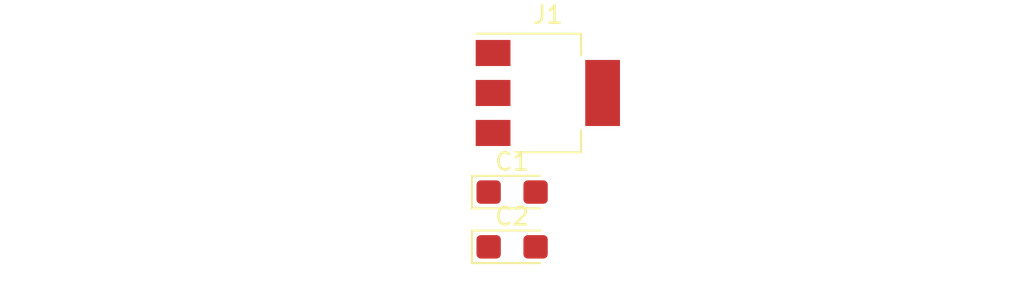
<source format=kicad_pcb>
(kicad_pcb (version 20221018) (generator pcbnew)
  (layers (0 "F.Cu" signal) (31 "B.Cu" signal) (34 "B.Paste" user) (35 "F.Paste" user) (36 "B.SilkS" user "B.Silkscreen") (37 "F.SilkS" user "F.Silkscreen") (38 "B.Mask" user) (39 "F.Mask" user) (44 "Edge.Cuts" user))
  (net 0 "")
  (net 1 "+12V")
  (net 2 "GND")
  (net 3 "+3V3")
  (footprint "oomlout_oomp_part_footprints:pms22311173d3v_electronic_pmic_sot_223_linear_1117_3_3v" (layer "F.Cu") (at 114.497 67.858)
    (fp_text reference "J1" (at 0 -4.5) (layer "F.SilkS"))
    (fp_text value "pms22311173d3v_electronic_pmic_sot_223_linear_1117_3_3v")
    (fp_line (start -4.1 -3.41) (end 1.91 -3.41) (stroke (width 0.12)) (layer "F.SilkS"))
    (fp_line (start -1.85 3.41) (end 1.91 3.41) (stroke (width 0.12)) (layer "F.SilkS"))
    (fp_line (start 1.91 -3.41) (end 1.91 -2.15) (stroke (width 0.12)) (layer "F.SilkS"))
    (fp_line (start 1.91 3.41) (end 1.91 2.15) (stroke (width 0.12)) (layer "F.SilkS"))
    (pad "1" smd rect (at -3.15 -2.3) (size 2 1.5) (layers "F.Cu" "F.Paste" "F.Mask") (net 2 "GND"))
    (pad "2" smd rect (at -3.15 0) (size 2 1.5) (layers "F.Cu" "F.Paste" "F.Mask") (net 3 "+3V3"))
    (pad "3" smd rect (at -3.15 2.3) (size 2 1.5) (layers "F.Cu" "F.Paste" "F.Mask") (net 1 "+12V"))
    (pad "4" smd rect (at 3.15 0) (size 2 3.8) (layers "F.Cu" "F.Paste" "F.Mask"))
  )
  (footprint "oomlout_oomp_part_footprints:catuf4d7_electronic_capacitor_3216_avx_a_tantalum_4_7_micro_farad_16_volt" (layer "F.Cu") (at 112.442 73.558)
    (fp_text reference "C1" (at 0 -1.75) (layer "F.SilkS"))
    (fp_text value "catuf4d7_electronic_capacitor_3216_avx_a_tantalum_4_7_micro_farad_16_volt")
    (fp_line (start -2.31 -0.935) (end -2.31 0.935) (stroke (width 0.12)) (layer "F.SilkS"))
    (fp_line (start -2.31 0.935) (end 1.6 0.935) (stroke (width 0.12)) (layer "F.SilkS"))
    (fp_line (start 1.6 -0.935) (end -2.31 -0.935) (stroke (width 0.12)) (layer "F.SilkS"))
    (pad "1" smd roundrect (at -1.35 0) (size 1.4 1.35) (layers "F.Cu" "F.Paste" "F.Mask") (roundrect_rratio 0.185185) (net 1 "+12V"))
    (pad "2" smd roundrect (at 1.35 0) (size 1.4 1.35) (layers "F.Cu" "F.Paste" "F.Mask") (roundrect_rratio 0.185185) (net 2 "GND"))
  )
  (footprint "oomlout_oomp_part_footprints:catuf4d7_electronic_capacitor_3216_avx_a_tantalum_4_7_micro_farad_16_volt" (layer "F.Cu") (at 112.442 76.708)
    (fp_text reference "C2" (at 0 -1.75) (layer "F.SilkS"))
    (fp_text value "catuf4d7_electronic_capacitor_3216_avx_a_tantalum_4_7_micro_farad_16_volt")
    (fp_line (start -2.31 -0.935) (end -2.31 0.935) (stroke (width 0.12)) (layer "F.SilkS"))
    (fp_line (start -2.31 0.935) (end 1.6 0.935) (stroke (width 0.12)) (layer "F.SilkS"))
    (fp_line (start 1.6 -0.935) (end -2.31 -0.935) (stroke (width 0.12)) (layer "F.SilkS"))
    (pad "1" smd roundrect (at -1.35 0) (size 1.4 1.35) (layers "F.Cu" "F.Paste" "F.Mask") (roundrect_rratio 0.185185) (net 3 "+3V3"))
    (pad "2" smd roundrect (at 1.35 0) (size 1.4 1.35) (layers "F.Cu" "F.Paste" "F.Mask") (roundrect_rratio 0.185185) (net 2 "GND"))
  )
)
</source>
